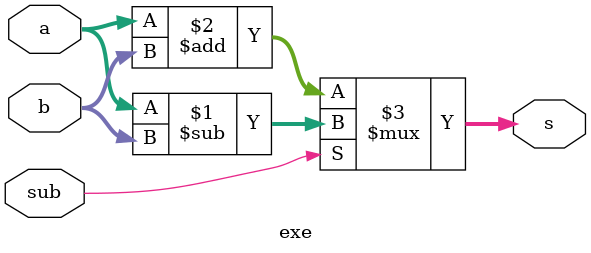
<source format=v>
module exe (a,b,sub,s);
	input [31:0] a,b;
	input sub;
	output [31:0] s;
	assign s = sub ? a - b : a + b;
endmodule 
</source>
